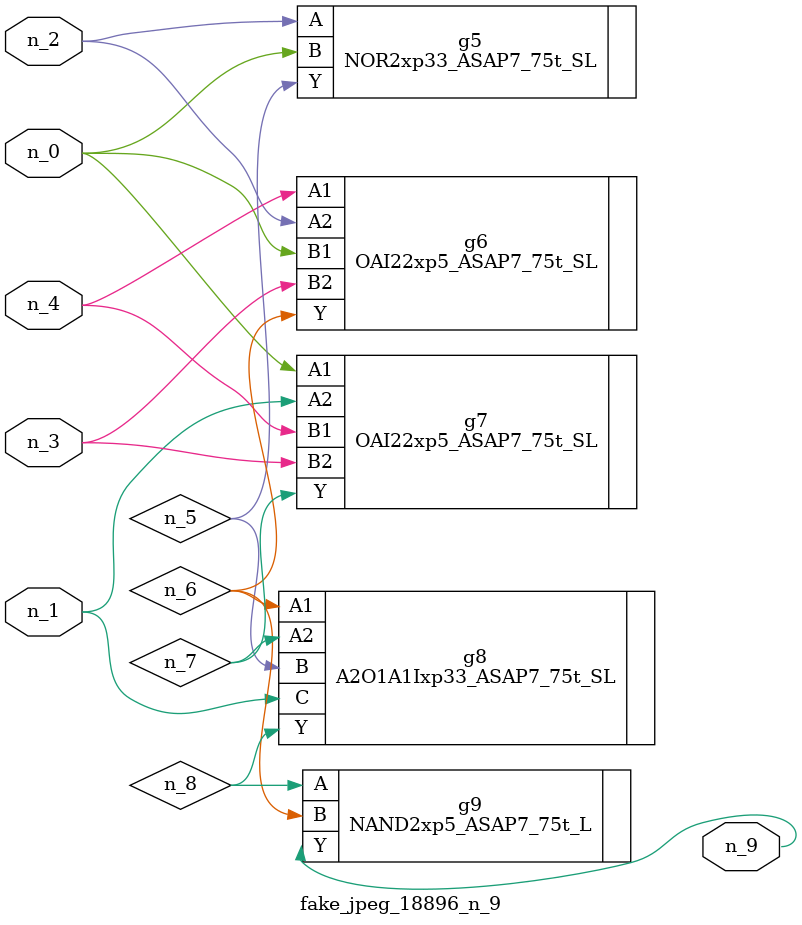
<source format=v>
module fake_jpeg_18896_n_9 (n_3, n_2, n_1, n_0, n_4, n_9);

input n_3;
input n_2;
input n_1;
input n_0;
input n_4;

output n_9;

wire n_8;
wire n_6;
wire n_5;
wire n_7;

NOR2xp33_ASAP7_75t_SL g5 ( 
.A(n_2),
.B(n_0),
.Y(n_5)
);

OAI22xp5_ASAP7_75t_SL g6 ( 
.A1(n_4),
.A2(n_2),
.B1(n_0),
.B2(n_3),
.Y(n_6)
);

OAI22xp5_ASAP7_75t_SL g7 ( 
.A1(n_0),
.A2(n_1),
.B1(n_4),
.B2(n_3),
.Y(n_7)
);

A2O1A1Ixp33_ASAP7_75t_SL g8 ( 
.A1(n_6),
.A2(n_7),
.B(n_5),
.C(n_1),
.Y(n_8)
);

NAND2xp5_ASAP7_75t_L g9 ( 
.A(n_8),
.B(n_6),
.Y(n_9)
);


endmodule
</source>
